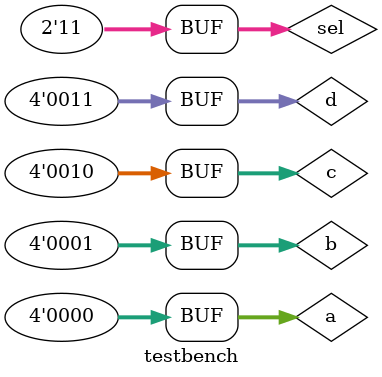
<source format=v>
`timescale 1ns / 1ps


module testbench;
    reg[3:0] a,b,c,d;
    reg[1:0] sel;
    wire[3:0] y;
    
    mux4_1 m0(sel,a,b,c,d,y);
    
    initial begin
        a<=4'b0000;
        b<=4'b0001;
        c<=4'b0010;
        d<=4'b0011;
    
        sel <= 2'b00;
        #20 sel <= 2'b01;
        #20 sel <= 2'b10;
        #20 sel <= 2'b11;
    end 
endmodule

</source>
